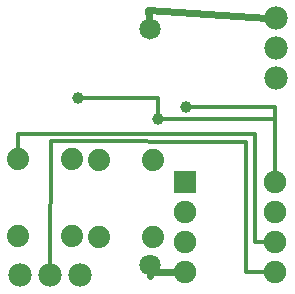
<source format=gbl>
G04 MADE WITH FRITZING*
G04 WWW.FRITZING.ORG*
G04 DOUBLE SIDED*
G04 HOLES PLATED*
G04 CONTOUR ON CENTER OF CONTOUR VECTOR*
%ASAXBY*%
%FSLAX23Y23*%
%MOIN*%
%OFA0B0*%
%SFA1.0B1.0*%
%ADD10C,0.071181*%
%ADD11C,0.075000*%
%ADD12C,0.078000*%
%ADD13C,0.074000*%
%ADD14C,0.039370*%
%ADD15R,0.075000X0.075000*%
%ADD16C,0.024000*%
%ADD17C,0.012000*%
%LNCOPPER0*%
G90*
G70*
G54D10*
X495Y95D03*
X495Y882D03*
X495Y95D03*
X495Y882D03*
X495Y95D03*
X495Y882D03*
G54D11*
X614Y372D03*
X914Y372D03*
X614Y272D03*
X914Y272D03*
X614Y172D03*
X914Y172D03*
X614Y72D03*
X914Y72D03*
G54D12*
X64Y61D03*
X164Y61D03*
X264Y61D03*
X917Y918D03*
X917Y818D03*
X917Y718D03*
G54D13*
X235Y448D03*
X235Y192D03*
X57Y448D03*
X57Y192D03*
X506Y444D03*
X506Y188D03*
X328Y444D03*
X328Y188D03*
G54D14*
X615Y622D03*
X522Y582D03*
X256Y652D03*
G54D15*
X614Y372D03*
G54D16*
X491Y944D02*
X887Y920D01*
D02*
X493Y919D02*
X491Y944D01*
D02*
X586Y72D02*
X495Y72D01*
D02*
X495Y72D02*
X495Y58D01*
G54D17*
D02*
X57Y533D02*
X57Y473D01*
D02*
X848Y533D02*
X57Y533D01*
D02*
X845Y172D02*
X848Y533D01*
D02*
X886Y172D02*
X845Y172D01*
D02*
X817Y72D02*
X817Y505D01*
D02*
X817Y505D02*
X166Y509D01*
D02*
X891Y72D02*
X817Y72D01*
D02*
X166Y509D02*
X164Y86D01*
D02*
X914Y622D02*
X629Y622D01*
D02*
X914Y395D02*
X914Y622D01*
D02*
X914Y582D02*
X541Y582D01*
D02*
X914Y400D02*
X914Y582D01*
D02*
X522Y595D02*
X522Y652D01*
D02*
X522Y652D02*
X269Y652D01*
G04 End of Copper0*
M02*
</source>
